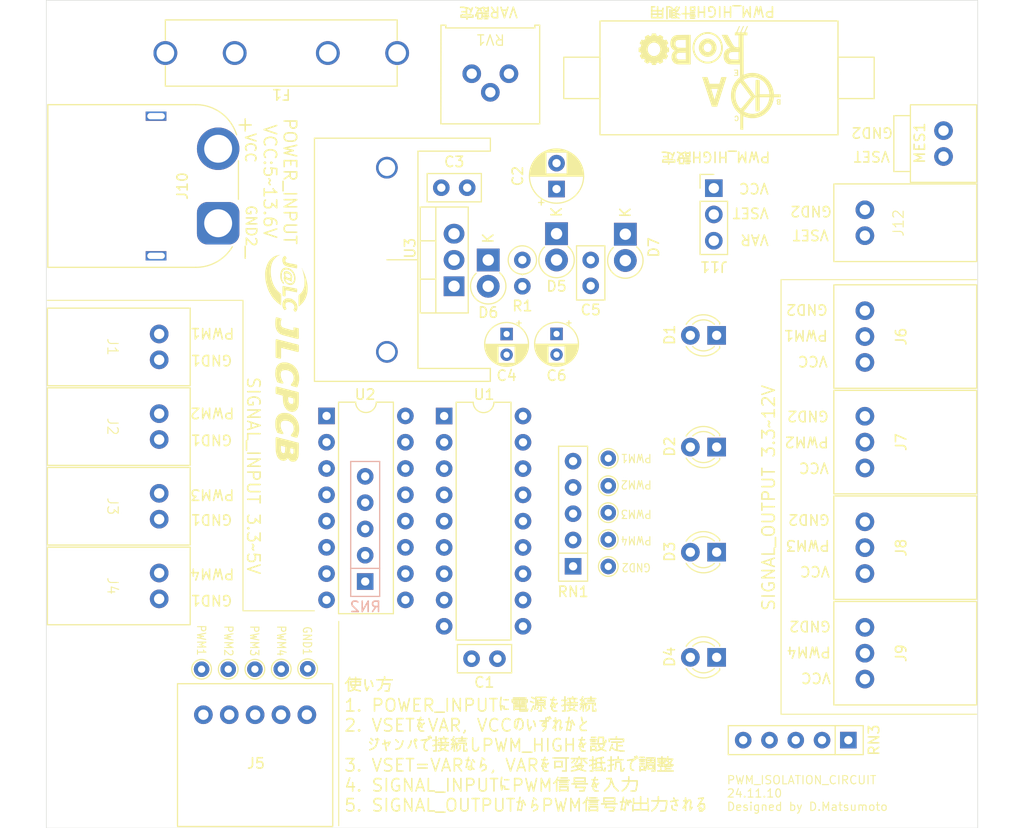
<source format=kicad_pcb>
(kicad_pcb (version 20240108) (generator "pcbnew") (generator_version "8.0")
  (layers (0 "F.Cu" signal) (31 "B.Cu" signal) (34 "B.Paste" user) (35 "F.Paste" user) (36 "B.SilkS" user "B.Silkscreen") (37 "F.SilkS" user "F.Silkscreen") (38 "B.Mask" user) (39 "F.Mask" user) (44 "Edge.Cuts" user))
  (net 0 "")
  (net 1 "GND2")
  (net 2 "VCC")
  (net 3 "Net-(D6-A)")
  (net 4 "VAR")
  (net 5 "VSET")
  (net 6 "LED1")
  (net 7 "Net-(D1-K)")
  (net 8 "Net-(D2-K)")
  (net 9 "LED2")
  (net 10 "Net-(D3-K)")
  (net 11 "LED3")
  (net 12 "LED4")
  (net 13 "Net-(D4-K)")
  (net 14 "Net-(J10-Pin_1)")
  (net 15 "GND1")
  (net 16 "PWM1")
  (net 17 "PWM2")
  (net 18 "PWM3")
  (net 19 "PWM4")
  (net 20 "Net-(J6-Pin_2)")
  (net 21 "Net-(J7-Pin_2)")
  (net 22 "Net-(J9-Pin_2)")
  (net 23 "Net-(RN2-R4)")
  (net 24 "Net-(RN2-R3)")
  (net 25 "Net-(RN2-R2)")
  (net 26 "Net-(RN2-R1)")
  (net 27 "ISO2")
  (net 28 "ISO3")
  (net 29 "ISO1")
  (net 30 "ISO4")
  (net 31 "Net-(J8-Pin_2)")
  (net 32 "/可変三端子レギュレータ/VARIABLE")
  (footprint "TestPoint:TestPoint_THTPad_D1.5mm_Drill0.7mm" (layer "F.Cu") (at 120.15 114.647 90)
    (property "Reference" "TP8" (hide yes))
    (property "Value" "TestPoint")
    (pad "1" thru_hole circle (at 0 0 90) (size 1.5 1.5) (drill 0.7) (layers "*.Cu" "*.Mask") (net 18 "PWM3"))
  )
  (footprint "Package_DIP:DIP-18_W7.62mm" (layer "F.Cu") (at 138.44 90.18)
    (property "Reference" "U1" (at 3.86 -2.08 0) (layer "F.SilkS"))
    (property "Value" "TBD62783A")
    (pad "1" thru_hole rect (at 0 0) (size 1.6 1.6) (drill 0.8) (layers "*.Cu" "*.Mask") (net 29 "ISO1"))
    (pad "2" thru_hole oval (at 0 2.54) (size 1.6 1.6) (drill 0.8) (layers "*.Cu" "*.Mask") (net 29 "ISO1"))
    (pad "3" thru_hole oval (at 0 5.08) (size 1.6 1.6) (drill 0.8) (layers "*.Cu" "*.Mask") (net 27 "ISO2"))
    (pad "4" thru_hole oval (at 0 7.62) (size 1.6 1.6) (drill 0.8) (layers "*.Cu" "*.Mask") (net 27 "ISO2"))
    (pad "5" thru_hole oval (at 0 10.16) (size 1.6 1.6) (drill 0.8) (layers "*.Cu" "*.Mask") (net 28 "ISO3"))
    (pad "6" thru_hole oval (at 0 12.7) (size 1.6 1.6) (drill 0.8) (layers "*.Cu" "*.Mask") (net 28 "ISO3"))
    (pad "7" thru_hole oval (at 0 15.24) (size 1.6 1.6) (drill 0.8) (layers "*.Cu" "*.Mask") (net 30 "ISO4"))
    (pad "8" thru_hole oval (at 0 17.78) (size 1.6 1.6) (drill 0.8) (layers "*.Cu" "*.Mask") (net 30 "ISO4"))
    (pad "9" thru_hole oval (at 0 20.32) (size 1.6 1.6) (drill 0.8) (layers "*.Cu" "*.Mask") (net 5 "VSET"))
    (pad "10" thru_hole oval (at 7.62 20.32) (size 1.6 1.6) (drill 0.8) (layers "*.Cu" "*.Mask") (net 1 "GND2"))
    (pad "11" thru_hole oval (at 7.62 17.78) (size 1.6 1.6) (drill 0.8) (layers "*.Cu" "*.Mask") (net 12 "LED4"))
    (pad "12" thru_hole oval (at 7.62 15.24) (size 1.6 1.6) (drill 0.8) (layers "*.Cu" "*.Mask") (net 22 "Net-(J9-Pin_2)"))
    (pad "13" thru_hole oval (at 7.62 12.7) (size 1.6 1.6) (drill 0.8) (layers "*.Cu" "*.Mask") (net 11 "LED3"))
    (pad "14" thru_hole oval (at 7.62 10.16) (size 1.6 1.6) (drill 0.8) (layers "*.Cu" "*.Mask") (net 31 "Net-(J8-Pin_2)"))
    (pad "15" thru_hole oval (at 7.62 7.62) (size 1.6 1.6) (drill 0.8) (layers "*.Cu" "*.Mask") (net 9 "LED2"))
    (pad "16" thru_hole oval (at 7.62 5.08) (size 1.6 1.6) (drill 0.8) (layers "*.Cu" "*.Mask") (net 21 "Net-(J7-Pin_2)"))
    (pad "17" thru_hole oval (at 7.62 2.54) (size 1.6 1.6) (drill 0.8) (layers "*.Cu" "*.Mask") (net 6 "LED1"))
    (pad "18" thru_hole oval (at 7.62 0) (size 1.6 1.6) (drill 0.8) (layers "*.Cu" "*.Mask") (net 20 "Net-(J6-Pin_2)"))
  )
  (footprint "MountingHole:MountingHole_3.2mm_M3" (layer "F.Cu") (at 185 124.5)
    (property "Reference" "REF**" (hide yes))
    (property "Value" "MountingHole_3.2mm_M3")
    (pad "" np_thru_hole circle (at 0 0) (size 3.2 3.2) (drill 3.2) (layers "F&B.Cu" "*.Mask"))
  )
  (footprint "Resistor_THT:R_Array_SIP5" (layer "F.Cu") (at 150.9 104.7 90)
    (property "Reference" "RN1" (at -2.46 0 180) (layer "F.SilkS"))
    (property "Value" "1k~10k")
    (pad "1" thru_hole rect (at 0 0 90) (size 1.6 1.6) (drill 0.8) (layers "*.Cu" "*.Mask") (net 1 "GND2"))
    (pad "2" thru_hole oval (at 2.54 0 90) (size 1.6 1.6) (drill 0.8) (layers "*.Cu" "*.Mask") (net 22 "Net-(J9-Pin_2)"))
    (pad "3" thru_hole oval (at 5.08 0 90) (size 1.6 1.6) (drill 0.8) (layers "*.Cu" "*.Mask") (net 31 "Net-(J8-Pin_2)"))
    (pad "4" thru_hole oval (at 7.62 0 90) (size 1.6 1.6) (drill 0.8) (layers "*.Cu" "*.Mask") (net 21 "Net-(J7-Pin_2)"))
    (pad "5" thru_hole oval (at 10.16 0 90) (size 1.6 1.6) (drill 0.8) (layers "*.Cu" "*.Mask") (net 20 "Net-(J6-Pin_2)"))
  )
  (footprint "Capacitor_THT:C_Disc_D5.0mm_W2.5mm_P2.50mm" (layer "F.Cu") (at 138.166 68.115)
    (property "Reference" "C3" (at 1.25 -2.5 0) (layer "F.SilkS"))
    (property "Value" "0.1u")
    (pad "1" thru_hole circle (at 0 0) (size 1.6 1.6) (drill 0.8) (layers "*.Cu" "*.Mask") (net 2 "VCC"))
    (pad "2" thru_hole circle (at 2.5 0) (size 1.6 1.6) (drill 0.8) (layers "*.Cu" "*.Mask") (net 1 "GND2"))
  )
  (footprint "MyFoot:DF1E-2P-2.5DS" (layer "F.Cu") (at 110.9 106.6 -90)
    (property "Reference" "J4" (at 0 4.5 -90) (layer "F.SilkS") (effects (font (thickness 0.1))))
    (property "Value" "Conn_01x02_Socket")
    (pad "1" thru_hole circle (at -1.25 0 270) (size 1.8 1.8) (drill 1) (layers "*.Cu" "*.Mask") (net 19 "PWM4"))
    (pad "2" thru_hole circle (at 1.25 0 270) (size 1.8 1.8) (drill 1) (layers "*.Cu" "*.Mask") (net 15 "GND1"))
  )
  (footprint "TestPoint:TestPoint_THTPad_D1.5mm_Drill0.7mm" (layer "F.Cu") (at 154.302 94.27)
    (property "Reference" "TP1" (hide yes))
    (property "Value" "TestPoint")
    (pad "1" thru_hole circle (at 0 0) (size 1.5 1.5) (drill 0.7) (layers "*.Cu" "*.Mask") (net 20 "Net-(J6-Pin_2)"))
  )
  (footprint "Diode_THT:D_DO-41_SOD81_P2.54mm_Vertical_KathodeUp" (layer "F.Cu") (at 142.7 75.1 -90)
    (property "Reference" "D6" (at 5.08 0 180) (layer "F.SilkS"))
    (property "Value" "1N4007")
    (fp_text user "K" (at -2.1 0 90) (layer "F.SilkS"))
    (pad "1" thru_hole rect (at 0 0 270) (size 2.2 2.2) (drill 1.1) (layers "*.Cu" "*.Mask") (net 32 "/可変三端子レギュレータ/VARIABLE"))
    (pad "2" thru_hole oval (at 2.54 0 270) (size 2.2 2.2) (drill 1.1) (layers "*.Cu" "*.Mask") (net 3 "Net-(D6-A)"))
  )
  (footprint "Diode_THT:D_DO-41_SOD81_P2.54mm_Vertical_KathodeUp" (layer "F.Cu") (at 149.302 72.56 -90)
    (property "Reference" "D5" (at 5.08 0 180) (layer "F.SilkS"))
    (property "Value" "1N4007")
    (fp_text user "K" (at -2.1 0 90) (layer "F.SilkS"))
    (pad "1" thru_hole rect (at 0 0 270) (size 2.2 2.2) (drill 1.1) (layers "*.Cu" "*.Mask") (net 2 "VCC"))
    (pad "2" thru_hole oval (at 2.54 0 270) (size 2.2 2.2) (drill 1.1) (layers "*.Cu" "*.Mask") (net 32 "/可変三端子レギュレータ/VARIABLE"))
  )
  (footprint "Connector_PinHeader_2.54mm:PinHeader_1x03_P2.54mm_Vertical" (layer "F.Cu") (at 164.5 68.16)
    (property "Reference" "J11" (at 0 7.59 180) (layer "F.SilkS"))
    (property "Value" "Conn_01x03_Pin")
    (pad "1" thru_hole rect (at 0 0) (size 1.7 1.7) (drill 1) (layers "*.Cu" "*.Mask") (net 2 "VCC"))
    (pad "2" thru_hole oval (at 0 2.54) (size 1.7 1.7) (drill 1) (layers "*.Cu" "*.Mask") (net 5 "VSET"))
    (pad "3" thru_hole oval (at 0 5.08) (size 1.7 1.7) (drill 1) (layers "*.Cu" "*.Mask") (net 4 "VAR"))
  )
  (footprint "MountingHole:MountingHole_3.2mm_M3" (layer "F.Cu") (at 185 55)
    (property "Reference" "REF**" (hide yes))
    (property "Value" "MountingHole_3.2mm_M3")
    (pad "" np_thru_hole circle (at 0 0) (size 3.2 3.2) (drill 3.2) (layers "F&B.Cu" "*.Mask"))
  )
  (footprint "MyFoot:DF1E-2P-2.5DS" (layer "F.Cu") (at 110.9 83.5 -90)
    (property "Reference" "J1" (at 0 4.5 -90) (layer "F.SilkS") (effects (font (thickness 0.1))))
    (property "Value" "Conn_01x02_Socket")
    (pad "1" thru_hole circle (at -1.25 0 270) (size 1.8 1.8) (drill 1) (layers "*.Cu" "*.Mask") (net 16 "PWM1"))
    (pad "2" thru_hole circle (at 1.25 0 270) (size 1.8 1.8) (drill 1) (layers "*.Cu" "*.Mask") (net 15 "GND1"))
  )
  (footprint "MyFoot:DF1E-2P-2.5DS" (layer "F.Cu") (at 110.9 98.9 -90)
    (property "Reference" "J3" (at 0 4.5 -90) (layer "F.SilkS") (effects (font (thickness 0.1))))
    (property "Value" "Conn_01x02_Socket")
    (pad "1" thru_hole circle (at -1.25 0 270) (size 1.8 1.8) (drill 1) (layers "*.Cu" "*.Mask") (net 18 "PWM3"))
    (pad "2" thru_hole circle (at 1.25 0 270) (size 1.8 1.8) (drill 1) (layers "*.Cu" "*.Mask") (net 15 "GND1"))
  )
  (footprint "TestPoint:TestPoint_THTPad_D1.5mm_Drill0.7mm" (layer "F.Cu") (at 115 114.647 90)
    (property "Reference" "TP4" (hide yes))
    (property "Value" "TestPoint")
    (pad "1" thru_hole circle (at 0 0 90) (size 1.5 1.5) (drill 0.7) (layers "*.Cu" "*.Mask") (net 16 "PWM1"))
  )
  (footprint "MyFoot:17PB024" (layer "F.Cu") (at 132.907 75.08 90)
    (property "Reference" "REF**" (hide yes))
    (property "Value" "17PB024")
    (pad "" np_thru_hole circle (at -8.9 0 90) (size 2.1 2.1) (drill 1.6) (layers "F&B.Cu" "*.Mask"))
    (pad "" np_thru_hole circle (at 8.9 0 90) (size 2.1 2.1) (drill 1.6) (layers "F&B.Cu" "*.Mask"))
  )
  (footprint "MyFoot:DF1E-3P-2.5DS" (layer "F.Cu") (at 179.1 113.1 90)
    (property "Reference" "J9" (at 0 3.5 90) (layer "F.SilkS"))
    (property "Value" "Conn_01x03_Socket")
    (pad "1" thru_hole circle (at -2.5 0 90) (size 1.8 1.8) (drill 1) (layers "*.Cu" "*.Mask") (net 2 "VCC"))
    (pad "2" thru_hole circle (at 0 0 90) (size 1.8 1.8) (drill 1) (layers "*.Cu" "*.Mask") (net 22 "Net-(J9-Pin_2)"))
    (pad "3" thru_hole circle (at 2.5 0 90) (size 1.8 1.8) (drill 1) (layers "*.Cu" "*.Mask") (net 1 "GND2"))
  )
  (footprint "LOGO" (layer "F.Cu") (at 123.2 84.6 -90)
    (property "Reference" "G***" (hide yes))
    (property "Value" "LOGO" (hide yes))
  )
  (footprint "TestPoint:TestPoint_THTPad_D1.5mm_Drill0.7mm" (layer "F.Cu") (at 117.573 114.647 90)
    (property "Reference" "TP7" (hide yes))
    (property "Value" "TestPoint")
    (pad "1" thru_hole circle (at 0 0 90) (size 1.5 1.5) (drill 0.7) (layers "*.Cu" "*.Mask") (net 17 "PWM2"))
  )
  (footprint "MyFoot:DC voltmeter-Red(4530)" (layer "F.Cu") (at 165 57.5 180)
    (property "Reference" "REF**" (hide yes))
    (property "Value" "DC voltmeter-Red(4530)")
    (pad "" np_thru_hole circle (at -13 0 180) (size 2.3 2.3) (drill 2.3) (layers "F&B.Cu" "*.Mask"))
    (pad "" np_thru_hole circle (at 13 0 180) (size 2.3 2.3) (drill 2.3) (layers "F&B.Cu" "*.Mask"))
  )
  (footprint "MountingHole:MountingHole_3.2mm_M3" (layer "F.Cu") (at 105 124.5)
    (property "Reference" "REF**" (hide yes))
    (property "Value" "MountingHole_3.2mm_M3")
    (pad "" np_thru_hole circle (at 0 0) (size 3.2 3.2) (drill 3.2) (layers "F&B.Cu" "*.Mask"))
  )
  (footprint "MyFoot:AMASS_XT60PW-M_1x02_P7.20mm_Horizontal" (layer "F.Cu") (at 116.6 71.55 90)
    (property "Reference" "J10" (at 3.6 -3.45 90) (layer "F.SilkS"))
    (property "Value" "XT60_Male" (hide yes))
    (fp_text user "-" (at -2.8 2.5 90) (layer "F.SilkS") (effects (font (size 1.5 1.5))))
    (fp_text user "+" (at 9.5 2.5 90) (layer "F.SilkS") (effects (font (size 1.5 1.5))))
    (pad "" thru_hole rect (at -3.15 -6 90) (size 0.9 2) (drill oval 0.6 1.7) (layers "*.Cu" "*.Mask"))
    (pad "" thru_hole rect (at 10.35 -6 90) (size 0.9 2) (drill oval 0.6 1.7) (layers "*.Cu" "*.Mask"))
    (pad "1" thru_hole roundrect (at 0 0 90) (size 4.1 4.1) (drill 2.7) (layers "*.Cu" "*.Mask") (net 14 "Net-(J10-Pin_1)"))
    (pad "2" thru_hole circle (at 7.2 0 90) (size 4.1 4.1) (drill 2.7) (layers "*.Cu" "*.Mask") (net 1 "GND2"))
  )
  (footprint "MyFoot:DF1E-3P-2.5DS" (layer "F.Cu") (at 179.1 102.9 90)
    (property "Reference" "J8" (at 0 3.5 90) (layer "F.SilkS"))
    (property "Value" "Conn_01x03_Socket")
    (pad "1" thru_hole circle (at -2.5 0 90) (size 1.8 1.8) (drill 1) (layers "*.Cu" "*.Mask") (net 2 "VCC"))
    (pad "2" thru_hole circle (at 0 0 90) (size 1.8 1.8) (drill 1) (layers "*.Cu" "*.Mask") (net 31 "Net-(J8-Pin_2)"))
    (pad "3" thru_hole circle (at 2.5 0 90) (size 1.8 1.8) (drill 1) (layers "*.Cu" "*.Mask") (net 1 "GND2"))
  )
  (footprint "TestPoint:TestPoint_THTPad_D1.5mm_Drill0.7mm" (layer "F.Cu") (at 154.302 104.72)
    (property "Reference" "TP6" (hide yes))
    (property "Value" "TestPoint")
    (pad "1" thru_hole circle (at 0 0) (size 1.5 1.5) (drill 0.7) (layers "*.Cu" "*.Mask") (net 1 "GND2"))
  )
  (footprint "MyFoot:DF1E-2P-2.5DS" (layer "F.Cu") (at 179.1 71.5 90)
    (property "Reference" "J12" (at -0.026 3.242 90) (layer "F.SilkS") (effects (font (thickness 0.1))))
    (property "Value" "Conn_01x02_Socket")
    (pad "1" thru_hole circle (at -1.25 0 90) (size 1.8 1.8) (drill 1) (layers "*.Cu" "*.Mask") (net 5 "VSET"))
    (pad "2" thru_hole circle (at 1.25 0 90) (size 1.8 1.8) (drill 1) (layers "*.Cu" "*.Mask") (net 1 "GND2"))
  )
  (footprint "MyFoot:FUC-03A" (layer "F.Cu") (at 122.7 55.1 180)
    (property "Reference" "F1" (at 0 -4 180) (layer "F.SilkS"))
    (property "Value" "Fuse")
    (pad "1" thru_hole circle (at -11.2 0 180) (size 2.3 2.3) (drill 1.7) (layers "*.Cu" "*.Mask") (net 2 "VCC"))
    (pad "1" thru_hole circle (at -4.5 0 180) (size 2.3 2.3) (drill 1.7) (layers "*.Cu" "*.Mask") (net 2 "VCC"))
    (pad "2" thru_hole circle (at 4.5 0 180) (size 2.3 2.3) (drill 1.7) (layers "*.Cu" "*.Mask") (net 14 "Net-(J10-Pin_1)"))
    (pad "2" thru_hole circle (at 11.2 0 180) (size 2.3 2.3) (drill 1.7) (layers "*.Cu" "*.Mask") (net 14 "Net-(J10-Pin_1)"))
  )
  (footprint "MountingHole:MountingHole_3.2mm_M3" (layer "F.Cu") (at 105 55)
    (property "Reference" "REF**" (hide yes))
    (property "Value" "MountingHole_3.2mm_M3")
    (pad "" np_thru_hole circle (at 0 0) (size 3.2 3.2) (drill 3.2) (layers "*.Cu" "*.Mask"))
  )
  (footprint "TestPoint:TestPoint_THTPad_D1.5mm_Drill0.7mm" (layer "F.Cu") (at 154.302 96.92)
    (property "Reference" "TP2" (hide yes))
    (property "Value" "TestPoint")
    (pad "1" thru_hole circle (at 0 0) (size 1.5 1.5) (drill 0.7) (layers "*.Cu" "*.Mask") (net 21 "Net-(J7-Pin_2)"))
  )
  (footprint "MyFoot:DF1E-3P-2.5DS" (layer "F.Cu") (at 179.1 92.7 90)
    (property "Reference" "J7" (at 0 3.5 90) (layer "F.SilkS"))
    (property "Value" "Conn_01x03_Socket")
    (pad "1" thru_hole circle (at -2.5 0 90) (size 1.8 1.8) (drill 1) (layers "*.Cu" "*.Mask") (net 2 "VCC"))
    (pad "2" thru_hole circle (at 0 0 90) (size 1.8 1.8) (drill 1) (layers "*.Cu" "*.Mask") (net 21 "Net-(J7-Pin_2)"))
    (pad "3" thru_hole circle (at 2.5 0 90) (size 1.8 1.8) (drill 1) (layers "*.Cu" "*.Mask") (net 1 "GND2"))
  )
  (footprint "TestPoint:TestPoint_THTPad_D1.5mm_Drill0.7mm" (layer "F.Cu") (at 122.7 114.634 90)
    (property "Reference" "TP9" (hide yes))
    (property "Value" "TestPoint")
    (pad "1" thru_hole circle (at 0 0 90) (size 1.5 1.5) (drill 0.7) (layers "*.Cu" "*.Mask") (net 19 "PWM4"))
  )
  (footprint "LOGO" (layer "F.Cu") (at 164.316072 57.520055 180)
    (property "Reference" "G***" (hide yes))
    (property "Value" "LOGO" (hide yes))
  )
  (footprint "Capacitor_THT:CP_Radial_D4.0mm_P2.00mm" (layer "F.Cu") (at 144.476 82.255401 -90)
    (property "Reference" "C4" (at 4.020599 0 180) (layer "F.SilkS"))
    (property "Value" "10u")
    (pad "1" thru_hole rect (at 0 0 270) (size 1.2 1.2) (drill 0.6) (layers "*.Cu" "*.Mask") (net 3 "Net-(D6-A)"))
    (pad "2" thru_hole circle (at 2 0 270) (size 1.2 1.2) (drill 0.6) (layers "*.Cu" "*.Mask") (net 1 "GND2"))
  )
  (footprint "LED_THT:LED_D3.0mm" (layer "F.Cu") (at 164.775 93.18 180)
    (property "Reference" "D2" (at 4.54 0.047 90) (layer "F.SilkS"))
    (property "Value" "LED")
    (pad "1" thru_hole rect (at 0 0 180) (size 1.8 1.8) (drill 0.9) (layers "*.Cu" "*.Mask") (net 8 "Net-(D2-K)"))
    (pad "2" thru_hole circle (at 2.54 0 180) (size 1.8 1.8) (drill 0.9) (layers "*.Cu" "*.Mask") (net 9 "LED2"))
  )
  (footprint "Capacitor_THT:CP_Radial_D4.0mm_P2.00mm" (layer "F.Cu") (at 149.302 82.244 -90)
    (property "Reference" "C6" (at 4.032 0 180) (layer "F.SilkS"))
    (property "Value" "47u")
    (pad "1" thru_hole rect (at 0 0 270) (size 1.2 1.2) (drill 0.6) (layers "*.Cu" "*.Mask") (net 32 "/可変三端子レギュレータ/VARIABLE"))
    (pad "2" thru_hole circle (at 2 0 270) (size 1.2 1.2) (drill 0.6) (layers "*.Cu" "*.Mask") (net 1 "GND2"))
  )
  (footprint "MyFoot:DF1E-5P-2.5DS" (layer "F.Cu") (at 120.173 119.047)
    (property "Reference" "J5" (at 0.08 4.7 0) (layer "F.SilkS"))
    (property "Value" "Conn_01x05_Socket")
    (pad "1" thru_hole circle (at -5 0) (size 1.8 1.8) (drill 1) (layers "*.Cu" "*.Mask") (net 16 "PWM1"))
    (pad "2" thru_hole circle (at -2.5 0) (size 1.8 1.8) (drill 1) (layers "*.Cu" "*.Mask") (net 17 "PWM2"))
    (pad "3" thru_hole circle (at 0 0) (size 1.8 1.8) (drill 1) (layers "*.Cu" "*.Mask") (net 18 "PWM3"))
    (pad "4" thru_hole circle (at 2.5 0) (size 1.8 1.8) (drill 1) (layers "*.Cu" "*.Mask") (net 19 "PWM4"))
    (pad "5" thru_hole circle (at 5 0) (size 1.8 1.8) (drill 1) (layers "*.Cu" "*.Mask") (net 15 "GND1"))
  )
  (footprint "MyFoot:DF1E-3P-2.5DS" (layer "F.Cu") (at 179.1 82.5 90)
    (property "Reference" "J6" (at 0 3.5 90) (layer "F.SilkS"))
    (property "Value" "Conn_01x03_Socket")
    (pad "1" thru_hole circle (at -2.5 0 90) (size 1.8 1.8) (drill 1) (layers "*.Cu" "*.Mask") (net 2 "VCC"))
    (pad "2" thru_hole circle (at 0 0 90) (size 1.8 1.8) (drill 1) (layers "*.Cu" "*.Mask") (net 20 "Net-(J6-Pin_2)"))
    (pad "3" thru_hole circle (at 2.5 0 90) (size 1.8 1.8) (drill 1) (layers "*.Cu" "*.Mask") (net 1 "GND2"))
  )
  (footprint "LED_THT:LED_D3.0mm" (layer "F.Cu") (at 164.775 113.5 180)
    (property "Reference" "D4" (at 4.54 0.047 90) (layer "F.SilkS"))
    (property "Value" "LED")
    (pad "1" thru_hole rect (at 0 0 180) (size 1.8 1.8) (drill 0.9) (layers "*.Cu" "*.Mask") (net 13 "Net-(D4-K)"))
    (pad "2" thru_hole circle (at 2.54 0 180) (size 1.8 1.8) (drill 0.9) (layers "*.Cu" "*.Mask") (net 12 "LED4"))
  )
  (footprint "TestPoint:TestPoint_THTPad_D1.5mm_Drill0.7mm" (layer "F.Cu") (at 154.302 99.52)
    (property "Reference" "TP3" (hide yes))
    (property "Value" "TestPoint")
    (pad "1" thru_hole circle (at 0 0) (size 1.5 1.5) (drill 0.7) (layers "*.Cu" "*.Mask") (net 31 "Net-(J8-Pin_2)"))
  )
  (footprint "Package_DIP:DIP-16_W7.62mm" (layer "F.Cu") (at 127.075 90.17)
    (property "Reference" "U2" (at 3.725 -2.07 0) (layer "F.SilkS"))
    (property "Value" "LTV-847")
    (pad "1" thru_hole rect (at 0 0) (size 1.6 1.6) (drill 0.8) (layers "*.Cu" "*.Mask") (net 16 "PWM1"))
    (pad "2" thru_hole oval (at 0 2.54) (size 1.6 1.6) (drill 0.8) (layers "*.Cu" "*.Mask") (net 23 "Net-(RN2-R4)"))
    (pad "3" thru_hole oval (at 0 5.08) (size 1.6 1.6) (drill 0.8) (layers "*.Cu" "*.Mask") (net 17 "PWM2"))
    (pad "4" thru_hole oval (at 0 7.62) (size 1.6 1.6) (drill 0.8) (layers "*.Cu" "*.Mask") (net 24 "Net-(RN2-R3)"))
    (pad "5" thru_hole oval (at 0 10.16) (size 1.6 1.6) (drill 0.8) (layers "*.Cu" "*.Mask") (net 18 "PWM3"))
    (pad "6" thru_hole oval (at 0 12.7) (size 1.6 1.6) (drill 0.8) (layers "*.Cu" "*.Mask") (net 25 "Net-(RN2-R2)"))
    (pad "7" thru_hole oval (at 0 15.24) (size 1.6 1.6) (drill 0.8) (layers "*.Cu" "*.Mask") (net 19 "PWM4"))
    (pad "8" thru_hole oval (at 0 17.78) (size 1.6 1.6) (drill 0.8) (layers "*.Cu" "*.Mask") (net 26 "Net-(RN2-R1)"))
    (pad "9" thru_hole oval (at 7.62 17.78) (size 1.6 1.6) (drill 0.8) (layers "*.Cu" "*.Mask") (net 30 "ISO4"))
    (pad "10" thru_hole oval (at 7.62 15.24) (size 1.6 1.6) (drill 0.8) (layers "*.Cu" "*.Mask") (net 2 "VCC"))
    (pad "11" thru_hole oval (at 7.62 12.7) (size 1.6 1.6) (drill 0.8) (layers "*.Cu" "*.Mask") (net 28 "ISO3"))
    (pad "12" thru_hole oval (at 7.62 10.16) (size 1.6 1.6) (drill 0.8) (layers "*.Cu" "*.Mask") (net 2 "VCC"))
    (pad "13" thru_hole oval (at 7.62 7.62) (size 1.6 1.6) (drill 0.8) (layers "*.Cu" "*.Mask") (net 27 "ISO2"))
    (pad "14" thru_hole oval (at 7.62 5.08) (size 1.6 1.6) (drill 0.8) (layers "*.Cu" "*.Mask") (net 2 "VCC"))
    (pad "15" thru_hole oval (at 7.62 2.54) (size 1.6 1.6) (drill 0.8) (layers "*.Cu" "*.Mask") (net 29 "ISO1"))
    (pad "16" thru_hole oval (at 7.62 0) (size 1.6 1.6) (drill 0.8) (layers "*.Cu" "*.Mask") (net 2 "VCC"))
  )
  (footprint "LED_THT:LED_D3.0mm" (layer "F.Cu") (at 164.775 103.34 180)
    (property "Reference" "D3" (at 4.54 0.047 90) (layer "F.SilkS"))
    (property "Value" "LED")
    (pad "1" thru_hole rect (at 0 0 180) (size 1.8 1.8) (drill 0.9) (layers "*.Cu" "*.Mask") (net 10 "Net-(D3-K)"))
    (pad "2" thru_hole circle (at 2.54 0 180) (size 1.8 1.8) (drill 0.9) (layers "*.Cu" "*.Mask") (net 11 "LED3"))
  )
  (footprint "Resistor_THT:R_Array_SIP5" (layer "F.Cu") (at 177.5 121.5 180)
    (property "Reference" "RN3" (at -2.48 0 90) (layer "F.SilkS"))
    (property "Value" "330~1k")
    (pad "1" thru_hole rect (at 0 0 180) (size 1.6 1.6) (drill 0.8) (layers "*.Cu" "*.Mask") (net 1 "GND2"))
    (pad "2" thru_hole oval (at 2.54 0 180) (size 1.6 1.6) (drill 0.8) (layers "*.Cu" "*.Mask") (net 13 "Net-(D4-K)"))
    (pad "3" thru_hole oval (at 5.08 0 180) (size 1.6 1.6) (drill 0.8) (layers "*.Cu" "*.Mask") (net 10 "Net-(D3-K)"))
    (pad "4" thru_hole oval (at 7.62 0 180) (size 1.6 1.6) (drill 0.8) (layers "*.Cu" "*.Mask") (net 8 "Net-(D2-K)"))
    (pad "5" thru_hole oval (at 10.16 0 180) (size 1.6 1.6) (drill 0.8) (layers "*.Cu" "*.Mask") (net 7 "Net-(D1-K)"))
  )
  (footprint "Package_TO_SOT_THT:TO-220-3_Vertical" (layer "F.Cu") (at 139.396 77.64 90)
    (property "Reference" "U3" (at 3.683 -4.247 90) (layer "F.SilkS"))
    (property "Value" "NJM317F")
    (pad "1" thru_hole rect (at 0 0 90) (size 1.905 2) (drill 1.1) (layers "*.Cu" "*.Mask") (net 3 "Net-(D6-A)"))
    (pad "2" thru_hole oval (at 2.54 0 90) (size 1.905 2) (drill 1.1) (layers "*.Cu" "*.Mask") (net 32 "/可変三端子レギュレータ/VARIABLE"))
    (pad "3" thru_hole oval (at 5.08 0 90) (size 1.905 2) (drill 1.1) (layers "*.Cu" "*.Mask") (net 2 "VCC"))
  )
  (footprint "MyFoot:DF1EC-2P-2.5DSA" (layer "F.Cu") (at 186.7 63.85 90)
    (property "Reference" "MES1" (at 0.05 -2.3 90) (layer "F.SilkS"))
    (property "Value" "Voltmeter_DC")
    (pad "1" thru_hole circle (at -1.25 0 90) (size 1.8 1.8) (drill 1) (layers "*.Cu" "*.Mask") (net 1 "GND2"))
    (pad "2" thru_hole circle (at 1.25 0 90) (size 1.8 1.8) (drill 1) (layers "*.Cu" "*.Mask") (net 5 "VSET"))
  )
  (footprint "Resistor_THT:R_Axial_DIN0207_L6.3mm_D2.5mm_P2.54mm_Vertical" (layer "F.Cu") (at 146 75.1 -90)
    (property "Reference" "R1" (at 4.445 0 180) (layer "F.SilkS"))
    (property "Value" "180")
    (pad "1" thru_hole circle (at 0 0 270) (size 1.6 1.6) (drill 0.8) (layers "*.Cu" "*.Mask") (net 32 "/可変三端子レギュレータ/VARIABLE"))
    (pad "2" thru_hole oval (at 2.54 0 270) (size 1.6 1.6) (drill 0.8) (layers "*.Cu" "*.Mask") (net 3 "Net-(D6-A)"))
  )
  (footprint "MyFoot:DF1E-2P-2.5DS" (layer "F.Cu") (at 110.9 91.2 -90)
    (property "Reference" "J2" (at 0 4.5 -90) (layer "F.SilkS") (effects (font (thickness 0.1))))
    (property "Value" "Conn_01x02_Socket")
    (pad "1" thru_hole circle (at -1.25 0 270) (size 1.8 1.8) (drill 1) (layers "*.Cu" "*.Mask") (net 17 "PWM2"))
    (pad "2" thru_hole circle (at 1.25 0 270) (size 1.8 1.8) (drill 1) (layers "*.Cu" "*.Mask") (net 15 "GND1"))
  )
  (footprint "TestPoint:TestPoint_THTPad_D1.5mm_Drill0.7mm" (layer "F.Cu") (at 125.25 114.6 180)
    (property "Reference" "GND1" (hide yes))
    (property "Value" "TestPoint")
    (pad "1" thru_hole circle (at 0 0 180) (size 1.5 1.5) (drill 0.7) (layers "*.Cu" "*.Mask") (net 15 "GND1"))
  )
  (footprint "Diode_THT:D_DO-41_SOD81_P2.54mm_Vertical_KathodeUp" (layer "F.Cu") (at 155.95 72.61 -90)
    (property "Reference" "D7" (at 1.27 -2.750635 90) (layer "F.SilkS"))
    (property "Value" "SBM245L")
    (fp_text user "K" (at -2.1 0 90) (layer "F.SilkS"))
    (pad "1" thru_hole rect (at 0 0 270) (size 2.2 2.2) (drill 1.1) (layers "*.Cu" "*.Mask") (net 4 "VAR"))
    (pad "2" thru_hole oval (at 2.54 0 270) (size 2.2 2.2) (drill 1.1) (layers "*.Cu" "*.Mask") (net 32 "/可変三端子レギュレータ/VARIABLE"))
  )
  (footprint "Capacitor_THT:C_Disc_D5.0mm_W2.5mm_P2.50mm" (layer "F.Cu") (at 141.09 113.63)
    (property "Reference" "C1" (at 1.23 2.286 0) (layer "F.SilkS"))
    (property "Value" "0.1u")
    (pad "1" thru_hole circle (at 0 0) (size 1.6 1.6) (drill 0.8) (layers "*.Cu" "*.Mask") (net 5 "VSET"))
    (pad "2" thru_hole circle (at 2.5 0) (size 1.6 1.6) (drill 0.8) (layers "*.Cu" "*.Mask") (net 1 "GND2"))
  )
  (footprint "Capacitor_THT:CP_Radial_D5.0mm_P2.50mm" (layer "F.Cu") (at 149.302 68.242 90)
    (property "Reference" "C2" (at 1.25 -3.75 90) (layer "F.SilkS"))
    (property "Value" "100u")
    (pad "1" thru_hole rect (at 0 0 90) (size 1.6 1.6) (drill 0.8) (layers "*.Cu" "*.Mask") (net 2 "VCC"))
    (pad "2" thru_hole circle (at 2.5 0 90) (size 1.6 1.6) (drill 0.8) (layers "*.Cu" "*.Mask") (net 1 "GND2"))
  )
  (footprint "TestPoint:TestPoint_THTPad_D1.5mm_Drill0.7mm" (layer "F.Cu") (at 154.302 102.12)
    (property "Reference" "TP5" (hide yes))
    (property "Value" "TestPoint")
    (pad "1" thru_hole circle (at 0 0) (size 1.5 1.5) (drill 0.7) (layers "*.Cu" "*.Mask") (net 22 "Net-(J9-Pin_2)"))
  )
  (footprint "MyFoot:3386K-EY5-202TR" (layer "F.Cu") (at 142.903949 57.176051 180)
    (property "Reference" "RV1" (at 0.003949 3.376051 180) (layer "F.SilkS") (effects (font (thickness 0.12))))
    (property "Value" "R_Potentiometer")
    (pad "1" thru_hole circle (at 1.796051 0.076051 180) (size 1.8 1.8) (drill 1) (layers "*.Cu" "*.Mask") (net 3 "Net-(D6-A)"))
    (pad "2" thru_hole circle (at 0 -1.72 180) (size 1.8 1.8) (drill 1) (layers "*.Cu" "*.Mask") (net 1 "GND2"))
    (pad "3" thru_hole circle (at -1.796051 0.076051 180) (size 1.8 1.8) (drill 1) (layers "*.Cu" "*.Mask") (net 1 "GND2"))
  )
  (footprint "Capacitor_THT:C_Disc_D5.0mm_W2.5mm_P2.50mm" (layer "F.Cu") (at 152.604 75.1 -90)
    (property "Reference" "C5" (at 4.826 0 180) (layer "F.SilkS"))
    (property "Value" "0.1u")
    (pad "1" thru_hole circle (at 0 0 270) (size 1.6 1.6) (drill 0.8) (layers "*.Cu" "*.Mask") (net 32 "/可変三端子レギュレータ/VARIABLE"))
    (pad "2" thru_hole circle (at 2.5 0 270) (size 1.6 1.6) (drill 0.8) (layers "*.Cu" "*.Mask") (net 1 "GND2"))
  )
  (footprint "LED_THT:LED_D3.0mm" (layer "F.Cu") (at 164.775 82.385 180)
    (property "Reference" "D1" (at 4.54 0.047 90) (layer "F.SilkS"))
    (property "Value" "LED")
    (pad "1" thru_hole rect (at 0 0 180) (size 1.8 1.8) (drill 0.9) (layers "*.Cu" "*.Mask") (net 7 "Net-(D1-K)"))
    (pad "2" thru_hole circle (at 2.54 0 180) (size 1.8 1.8) (drill 0.9) (layers "*.Cu" "*.Mask") (net 6 "LED1"))
  )
  (footprint "Resistor_THT:R_Array_SIP5" (layer "B.Cu") (at 130.81 106.172 90)
    (property "Reference" "RN2" (at -2.44 0.024 180) (layer "B.SilkS") (effects (justify mirror)))
    (property "Value" "220~1k")
    (pad "1" thru_hole rect (at 0 0 90) (size 1.6 1.6) (drill 0.8) (layers "*.Cu" "*.Mask") (net 15 "GND1"))
    (pad "2" thru_hole oval (at 2.54 0 90) (size 1.6 1.6) (drill 0.8) (layers "*.Cu" "*.Mask") (net 26 "Net-(RN2-R1)"))
    (pad "3" thru_hole oval (at 5.08 0 90) (size 1.6 1.6) (drill 0.8) (layers "*.Cu" "*.Mask") (net 25 "Net-(RN2-R2)"))
    (pad "4" thru_hole oval (at 7.62 0 90) (size 1.6 1.6) (drill 0.8) (layers "*.Cu" "*.Mask") (net 24 "Net-(RN2-R3)"))
    (pad "5" thru_hole oval (at 10.16 0 90) (size 1.6 1.6) (drill 0.8) (layers "*.Cu" "*.Mask") (net 23 "Net-(RN2-R4)"))
  )
  (gr_line (start 119 79) (end 119 109) (stroke (width 0.1)) (layer "F.SilkS"))
  (gr_line (start 171 77) (end 171 119) (stroke (width 0.1)) (layer "F.SilkS"))
  (gr_line (start 171 77) (end 189.9 77) (stroke (width 0.1)) (layer "F.SilkS"))
  (gr_line (start 100.1 79) (end 119 79) (stroke (width 0.1)) (layer "F.SilkS"))
  (gr_line (start 119 109) (end 125.9 109) (stroke (width 0.1)) (layer "F.SilkS"))
  (gr_line (start 128.25 110.025) (end 128.25 129.775) (stroke (width 0.1)) (layer "F.SilkS"))
  (gr_line (start 171 119) (end 189.9 119) (stroke (width 0.1)) (layer "F.SilkS"))
  (gr_rect (start 100 50) (end 190 130) (stroke (width 0.05)) (fill none) (layer "Edge.Cuts"))
  (gr_text "PWM4" (at 175.9 112.4 180) (layer "F.SilkS") (effects (font (size 1 1)) (justify left bottom)))
  (gr_text "PWM4\n" (at 118.25 104.85 180) (layer "F.SilkS") (effects (font (size 1 1)) (justify left bottom)))
  (gr_text "GND1" (at 118.05 99.6 180) (layer "F.SilkS") (effects (font (size 1 1)) (justify left bottom)))
  (gr_text "GND2" (at 175.7 89.6 180) (layer "F.SilkS") (effects (font (size 1 1)) (justify left bottom)))
  (gr_text "GND2" (at 175.8 99.6 180) (layer "F.SilkS") (effects (font (size 1 1)) (justify left bottom)))
  (gr_text "PWM4" (at 157 102.2 180) (layer "F.SilkS") (effects (font (size 0.8 0.7) (thickness 0.1))))
  (gr_text "GND1" (at 118.05 91.9 180) (layer "F.SilkS") (effects (font (size 1 1)) (justify left bottom)))
  (gr_text "SIGNAL_INPUT 3.3~5V" (at 119.3 86.3 270) (layer "F.SilkS") (effects (font (size 1.2 1.2)) (justify left bottom)))
  (gr_text "PWM2" (at 175.7 92.1 180) (layer "F.SilkS") (effects (font (size 1 1)) (justify left bottom)))
  (gr_text "PWM2\n" (at 118.25 89.3 180) (layer "F.SilkS") (effects (font (size 1 1)) (justify left bottom)))
  (gr_text "GND2" (at 175.6 79.3 180) (layer "F.SilkS") (effects (font (size 1 1)) (justify left bottom)))
  (gr_text "VSET" (at 169.9 69.96 180) (layer "F.SilkS") (effects (font (size 1 1)) (justify left bottom)))
  (gr_text "VCC" (at 175.8 104.6 180) (layer "F.SilkS") (effects (font (size 1 1)) (justify left bottom)))
  (gr_text "GND2" (at 181.9 62.2 180) (layer "F.SilkS") (effects (font (size 1 1)) (justify left bottom)))
  (gr_text "VCC" (at 169.9 67.585 180) (layer "F.SilkS") (effects (font (size 1 1)) (justify left bottom)))
  (gr_text "PWM1" (at 175.6 81.8 180) (layer "F.SilkS") (effects (font (size 1 1)) (justify left bottom)))
  (gr_text "VCC" (at 175.6 84.3 180) (layer "F.SilkS") (effects (font (size 1 1)) (justify left bottom)))
  (gr_text "使い方\n1. POWER_INPUTに電源を接続\n2. VSETをVAR, VCCのいずれかと\n　 ジャンパで接続しPWM_HIGHを設定\n3. VSET=VARなら, VARを可変抵抗で調整\n4. SIGNAL_INPUTにPWM信号を入力\n5. SIGNAL_OUTPUTからPWM信号が出力される" (at 128.7 128.5 0) (layer "F.SilkS") (effects (font (size 1.2 1.2)) (justify left bottom)))
  (gr_text "PWM3" (at 175.8 102.1 180) (layer "F.SilkS") (effects (font (size 1 1)) (justify left bottom)))
  (gr_text "PWM3" (at 157 99.65 180) (layer "F.SilkS") (effects (font (size 0.8 0.7) (thickness 0.1))))
  (gr_text "PWM1\n" (at 114.5 110.3 270) (layer "F.SilkS") (effects (font (size 0.8 0.7) (thickness 0.1)) (justify left bottom)))
  (gr_text "VAR設定" (at 145.65 50.55 180) (layer "F.SilkS") (effects (font (size 1 1)) (justify left bottom)))
  (gr_text "GND1" (at 118.05 84.2 180) (layer "F.SilkS") (effects (font (size 1 1)) (justify left bottom)))
  (gr_text "PWM1\n" (at 118.25 81.6 180) (layer "F.SilkS") (effects (font (size 1 1)) (justify left bottom)))
  (gr_text "PWM_ISOLATION_CIRCUIT\n24.11.10		\nDesigned by D.Matsumoto" (at 165.7 128.4 0) (layer "F.SilkS") (effects (font (size 0.8 0.8) (thickness 0.1)) (justify left bottom)))
  (gr_text "VCC" (at 175.7 94.6 180) (layer "F.SilkS") (effects (font (size 1 1)) (justify left bottom)))
  (gr_text "GND2" (at 119.2 69.7 270) (layer "F.SilkS") (effects (font (size 1 1)) (justify left bottom)))
  (gr_text "VCC" (at 175.9 114.9 180) (layer "F.SilkS") (effects (font (size 1 1)) (justify left bottom)))
  (gr_text "VSET" (at 181.6 64.5 180) (layer "F.SilkS") (effects (font (size 1 1)) (justify left bottom)))
  (gr_text "GND1" (at 118.05 107.4 180) (layer "F.SilkS") (effects (font (size 1 1)) (justify left bottom)))
  (gr_text "GND2" (at 176 69.8 180) (layer "F.SilkS") (effects (font (size 1 1)) (justify left bottom)))
  (gr_text "PWM3" (at 120.1 111.9 -90) (layer "F.SilkS") (effects (font (size 0.8 0.7) (thickness 0.1))))
  (gr_text "PWM_HIGH計測用" (at 170.5 50.5 180) (layer "F.SilkS") (effects (font (size 1 1)) (justify left bottom)))
  (gr_text "PWM2" (at 157 96.8 180) (layer "F.SilkS") (effects (font (size 0.8 0.7) (thickness 0.1))))
  (gr_text "PWM1" (at 157 94.25 180) (layer "F.SilkS") (effects (font (size 0.8 0.7) (thickness 0.1))))
  (gr_text "SIGNAL_OUTPUT 3.3~12V" (at 170.5 109.1 90) (layer "F.SilkS") (effects (font (size 1.2 1.2)) (justify left bottom)))
  (gr_text "PWM3\n" (at 118.25 97.2 180) (layer "F.SilkS") (effects (font (size 1 1)) (justify left bottom)))
  (gr_text "PWM4" (at 122.7 111.9 -90) (layer "F.SilkS") (effects (font (size 0.8 0.7) (thickness 0.1))))
  (gr_text "POWER_INPUT\nVCC:5~13.6V" (at 120.9 67.5 270) (layer "F.SilkS") (effects (font (size 1.2 1.2)) (justify bottom)))
  (gr_text "VSET" (at 175.7 72.1 180) (layer "F.SilkS") (effects (font (size 1 1)) (justify left bottom)))
  (gr_text "VAR" (at 169.9 72.56 180) (layer "F.SilkS") (effects (font (size 1 1)) (justify left bottom)))
  (gr_text "GND2" (at 157 104.8 180) (layer "F.SilkS") (effects (font (size 0.8 0.7) (thickness 0.1))))
  (gr_text "PWM_HIGH設定" (at 170.05 64.55 180) (layer "F.SilkS") (effects (font (size 1 1)) (justify left bottom)))
  (gr_text "PWM2" (at 117.6 111.9 -90) (layer "F.SilkS") (effects (font (size 0.8 0.7) (thickness 0.1))))
  (gr_text "GND1" (at 125.2 111.9 270) (layer "F.SilkS") (effects (font (size 0.8 0.7) (thickness 0.1))))
  (gr_text "GND2" (at 175.9 109.9 180) (layer "F.SilkS") (effects (font (size 1 1)) (justify left bottom)))
  (gr_text "VCC" (at 119.126 62.738 270) (layer "F.SilkS") (effects (font (size 1 1)) (justify left bottom)))
)
</source>
